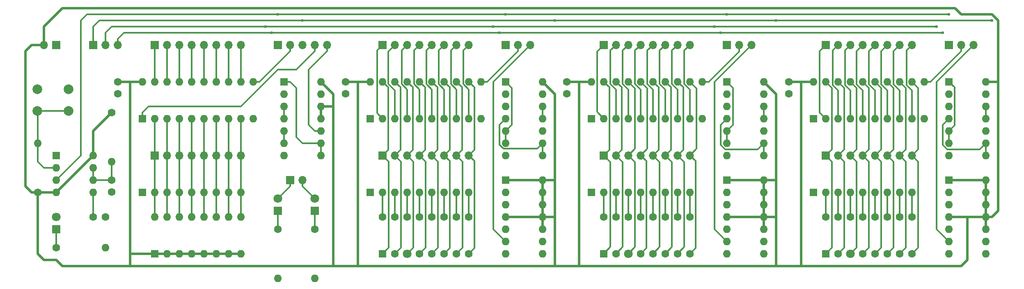
<source format=gbr>
%TF.GenerationSoftware,KiCad,Pcbnew,7.0.6*%
%TF.CreationDate,2023-07-08T12:11:32+08:00*%
%TF.ProjectId,DigitalProtoBoard,44696769-7461-46c5-9072-6f746f426f61,rev?*%
%TF.SameCoordinates,Original*%
%TF.FileFunction,Copper,L1,Top*%
%TF.FilePolarity,Positive*%
%FSLAX46Y46*%
G04 Gerber Fmt 4.6, Leading zero omitted, Abs format (unit mm)*
G04 Created by KiCad (PCBNEW 7.0.6) date 2023-07-08 12:11:32*
%MOMM*%
%LPD*%
G01*
G04 APERTURE LIST*
%TA.AperFunction,ComponentPad*%
%ADD10R,1.600000X1.600000*%
%TD*%
%TA.AperFunction,ComponentPad*%
%ADD11C,1.600000*%
%TD*%
%TA.AperFunction,ComponentPad*%
%ADD12C,1.800000*%
%TD*%
%TA.AperFunction,ComponentPad*%
%ADD13O,1.600000X1.600000*%
%TD*%
%TA.AperFunction,ComponentPad*%
%ADD14R,1.700000X1.700000*%
%TD*%
%TA.AperFunction,ComponentPad*%
%ADD15O,1.700000X1.700000*%
%TD*%
%TA.AperFunction,ComponentPad*%
%ADD16C,2.000000*%
%TD*%
%TA.AperFunction,ComponentPad*%
%ADD17R,1.800000X1.800000*%
%TD*%
%TA.AperFunction,ViaPad*%
%ADD18C,0.600000*%
%TD*%
%TA.AperFunction,Conductor*%
%ADD19C,0.300000*%
%TD*%
%TA.AperFunction,Conductor*%
%ADD20C,0.500000*%
%TD*%
G04 APERTURE END LIST*
D10*
%TO.P,BAR1,1,A*%
%TO.N,Net-(J9-Pin_1)*%
X129540000Y-124460000D03*
D11*
%TO.P,BAR1,2,A*%
%TO.N,Net-(J9-Pin_2)*%
X132080000Y-124460000D03*
D12*
%TO.P,BAR1,3,A*%
%TO.N,Net-(J9-Pin_3)*%
X134620000Y-124460000D03*
D11*
%TO.P,BAR1,4,A*%
%TO.N,Net-(J9-Pin_4)*%
X137160000Y-124460000D03*
%TO.P,BAR1,5,A*%
%TO.N,Net-(J9-Pin_5)*%
X139700000Y-124460000D03*
%TO.P,BAR1,6,A*%
%TO.N,Net-(J9-Pin_6)*%
X142240000Y-124460000D03*
%TO.P,BAR1,7,A*%
%TO.N,Net-(J9-Pin_7)*%
X144780000Y-124460000D03*
%TO.P,BAR1,8,A*%
%TO.N,Net-(J9-Pin_8)*%
X147320000Y-124460000D03*
%TO.P,BAR1,9,K*%
%TO.N,Net-(RN4-R8)*%
X147320000Y-116840000D03*
%TO.P,BAR1,10,K*%
%TO.N,Net-(RN4-R7)*%
X144780000Y-116840000D03*
%TO.P,BAR1,11,K*%
%TO.N,Net-(RN4-R6)*%
X142240000Y-116840000D03*
%TO.P,BAR1,12,K*%
%TO.N,Net-(RN4-R5)*%
X139700000Y-116840000D03*
%TO.P,BAR1,13,K*%
%TO.N,Net-(RN4-R4)*%
X137160000Y-116840000D03*
%TO.P,BAR1,14,K*%
%TO.N,Net-(RN4-R3)*%
X134620000Y-116840000D03*
%TO.P,BAR1,15,K*%
%TO.N,Net-(RN4-R2)*%
X132080000Y-116840000D03*
%TO.P,BAR1,16,K*%
%TO.N,Net-(RN4-R1)*%
X129540000Y-116840000D03*
%TD*%
%TO.P,R4,1*%
%TO.N,Net-(D2-K)*%
X107950000Y-119380000D03*
D13*
%TO.P,R4,2*%
%TO.N,GND*%
X107950000Y-129540000D03*
%TD*%
D14*
%TO.P,J8,1,Pin_1*%
%TO.N,/Pulse Generator/PULSE*%
X246380000Y-81280000D03*
D15*
%TO.P,J8,2,Pin_2*%
%TO.N,/Read Register Addr2/CP*%
X248920000Y-81280000D03*
%TO.P,J8,3,Pin_3*%
%TO.N,/Read Register Addr2/SYNC_CP*%
X251460000Y-81280000D03*
%TD*%
D10*
%TO.P,U4,1*%
%TO.N,Net-(U4-Pad1)*%
X200540000Y-88900000D03*
D13*
%TO.P,U4,2*%
%TO.N,CSB*%
X200540000Y-91440000D03*
%TO.P,U4,3*%
%TO.N,RW*%
X200540000Y-93980000D03*
%TO.P,U4,4*%
%TO.N,Net-(U4-Pad4)*%
X200540000Y-96520000D03*
%TO.P,U4,5*%
%TO.N,Net-(U4-Pad1)*%
X200540000Y-99060000D03*
%TO.P,U4,6*%
X200540000Y-101600000D03*
%TO.P,U4,7,GND*%
%TO.N,GND*%
X200540000Y-104140000D03*
%TO.P,U4,8*%
%TO.N,Net-(U4-Pad4)*%
X208160000Y-104140000D03*
%TO.P,U4,9*%
X208160000Y-101600000D03*
%TO.P,U4,10*%
%TO.N,Net-(U6A-D)*%
X208160000Y-99060000D03*
%TO.P,U4,11*%
%TO.N,CLK*%
X208160000Y-96520000D03*
%TO.P,U4,12*%
X208160000Y-93980000D03*
%TO.P,U4,13*%
%TO.N,Net-(U6A-C)*%
X208160000Y-91440000D03*
%TO.P,U4,14,VCC*%
%TO.N,+5V*%
X208160000Y-88900000D03*
%TD*%
D14*
%TO.P,J11,1,Pin_1*%
%TO.N,Net-(J11-Pin_1)*%
X220980000Y-104140000D03*
D15*
%TO.P,J11,2,Pin_2*%
%TO.N,Net-(J11-Pin_2)*%
X223520000Y-104140000D03*
%TO.P,J11,3,Pin_3*%
%TO.N,Net-(J11-Pin_3)*%
X226060000Y-104140000D03*
%TO.P,J11,4,Pin_4*%
%TO.N,Net-(J11-Pin_4)*%
X228600000Y-104140000D03*
%TO.P,J11,5,Pin_5*%
%TO.N,Net-(J11-Pin_5)*%
X231140000Y-104140000D03*
%TO.P,J11,6,Pin_6*%
%TO.N,Net-(J11-Pin_6)*%
X233680000Y-104140000D03*
%TO.P,J11,7,Pin_7*%
%TO.N,Net-(J11-Pin_7)*%
X236220000Y-104140000D03*
%TO.P,J11,8,Pin_8*%
%TO.N,Net-(J11-Pin_8)*%
X238760000Y-104140000D03*
%TD*%
D14*
%TO.P,J15,1,Pin_1*%
%TO.N,Net-(D2-A)*%
X110490000Y-109220000D03*
D15*
%TO.P,J15,2,Pin_2*%
%TO.N,Net-(D3-A)*%
X113030000Y-109220000D03*
%TD*%
D14*
%TO.P,J5,1,Pin_1*%
%TO.N,/Pulse Generator/PULSE*%
X200540000Y-81280000D03*
D15*
%TO.P,J5,2,Pin_2*%
%TO.N,/Read Register Addr1/CP*%
X203080000Y-81280000D03*
%TO.P,J5,3,Pin_3*%
%TO.N,/Read Register Addr1/SYNC_CP*%
X205620000Y-81280000D03*
%TD*%
D10*
%TO.P,RN1,1,common*%
%TO.N,GND*%
X80010000Y-111760000D03*
D13*
%TO.P,RN1,2,R1*%
%TO.N,Net-(J12-Pin_1)*%
X82550000Y-111760000D03*
%TO.P,RN1,3,R2*%
%TO.N,Net-(J12-Pin_2)*%
X85090000Y-111760000D03*
%TO.P,RN1,4,R3*%
%TO.N,Net-(J12-Pin_3)*%
X87630000Y-111760000D03*
%TO.P,RN1,5,R4*%
%TO.N,Net-(J12-Pin_4)*%
X90170000Y-111760000D03*
%TO.P,RN1,6,R5*%
%TO.N,Net-(J12-Pin_5)*%
X92710000Y-111760000D03*
%TO.P,RN1,7,R6*%
%TO.N,Net-(J12-Pin_6)*%
X95250000Y-111760000D03*
%TO.P,RN1,8,R7*%
%TO.N,Net-(J12-Pin_7)*%
X97790000Y-111760000D03*
%TO.P,RN1,9,R8*%
%TO.N,Net-(J12-Pin_8)*%
X100330000Y-111760000D03*
%TD*%
D10*
%TO.P,RN4,1,common*%
%TO.N,GND*%
X127000000Y-111760000D03*
D13*
%TO.P,RN4,2,R1*%
%TO.N,Net-(RN4-R1)*%
X129540000Y-111760000D03*
%TO.P,RN4,3,R2*%
%TO.N,Net-(RN4-R2)*%
X132080000Y-111760000D03*
%TO.P,RN4,4,R3*%
%TO.N,Net-(RN4-R3)*%
X134620000Y-111760000D03*
%TO.P,RN4,5,R4*%
%TO.N,Net-(RN4-R4)*%
X137160000Y-111760000D03*
%TO.P,RN4,6,R5*%
%TO.N,Net-(RN4-R5)*%
X139700000Y-111760000D03*
%TO.P,RN4,7,R6*%
%TO.N,Net-(RN4-R6)*%
X142240000Y-111760000D03*
%TO.P,RN4,8,R7*%
%TO.N,Net-(RN4-R7)*%
X144780000Y-111760000D03*
%TO.P,RN4,9,R8*%
%TO.N,Net-(RN4-R8)*%
X147320000Y-111760000D03*
%TD*%
D10*
%TO.P,BAR2,1,A*%
%TO.N,Net-(J7-Pin_1)*%
X175140000Y-124460000D03*
D11*
%TO.P,BAR2,2,A*%
%TO.N,Net-(J7-Pin_2)*%
X177680000Y-124460000D03*
D12*
%TO.P,BAR2,3,A*%
%TO.N,Net-(J7-Pin_3)*%
X180220000Y-124460000D03*
D11*
%TO.P,BAR2,4,A*%
%TO.N,Net-(J7-Pin_4)*%
X182760000Y-124460000D03*
%TO.P,BAR2,5,A*%
%TO.N,Net-(J7-Pin_5)*%
X185300000Y-124460000D03*
%TO.P,BAR2,6,A*%
%TO.N,Net-(J7-Pin_6)*%
X187840000Y-124460000D03*
%TO.P,BAR2,7,A*%
%TO.N,Net-(J7-Pin_7)*%
X190380000Y-124460000D03*
%TO.P,BAR2,8,A*%
%TO.N,Net-(J7-Pin_8)*%
X192920000Y-124460000D03*
%TO.P,BAR2,9,K*%
%TO.N,Net-(RN2-R8)*%
X192920000Y-116840000D03*
%TO.P,BAR2,10,K*%
%TO.N,Net-(RN2-R7)*%
X190380000Y-116840000D03*
%TO.P,BAR2,11,K*%
%TO.N,Net-(RN2-R6)*%
X187840000Y-116840000D03*
%TO.P,BAR2,12,K*%
%TO.N,Net-(RN2-R5)*%
X185300000Y-116840000D03*
%TO.P,BAR2,13,K*%
%TO.N,Net-(RN2-R4)*%
X182760000Y-116840000D03*
%TO.P,BAR2,14,K*%
%TO.N,Net-(RN2-R3)*%
X180220000Y-116840000D03*
%TO.P,BAR2,15,K*%
%TO.N,Net-(RN2-R2)*%
X177680000Y-116840000D03*
%TO.P,BAR2,16,K*%
%TO.N,Net-(RN2-R1)*%
X175140000Y-116840000D03*
%TD*%
D10*
%TO.P,RN3,1,common*%
%TO.N,GND*%
X218440000Y-111760000D03*
D13*
%TO.P,RN3,2,R1*%
%TO.N,Net-(RN3-R1)*%
X220980000Y-111760000D03*
%TO.P,RN3,3,R2*%
%TO.N,Net-(RN3-R2)*%
X223520000Y-111760000D03*
%TO.P,RN3,4,R3*%
%TO.N,Net-(RN3-R3)*%
X226060000Y-111760000D03*
%TO.P,RN3,5,R4*%
%TO.N,Net-(RN3-R4)*%
X228600000Y-111760000D03*
%TO.P,RN3,6,R5*%
%TO.N,Net-(RN3-R5)*%
X231140000Y-111760000D03*
%TO.P,RN3,7,R6*%
%TO.N,Net-(RN3-R6)*%
X233680000Y-111760000D03*
%TO.P,RN3,8,R7*%
%TO.N,Net-(RN3-R7)*%
X236220000Y-111760000D03*
%TO.P,RN3,9,R8*%
%TO.N,Net-(RN3-R8)*%
X238760000Y-111760000D03*
%TD*%
D11*
%TO.P,C3,1*%
%TO.N,+5V*%
X74930000Y-88900000D03*
%TO.P,C3,2*%
%TO.N,GND*%
X74930000Y-91400000D03*
%TD*%
D14*
%TO.P,J14,1,Pin_1*%
%TO.N,CLK*%
X69850000Y-81280000D03*
D15*
%TO.P,J14,2,Pin_2*%
%TO.N,RW*%
X72390000Y-81280000D03*
%TO.P,J14,3,Pin_3*%
%TO.N,CSB*%
X74930000Y-81280000D03*
%TD*%
D16*
%TO.P,SW2,1,1*%
%TO.N,GND*%
X58270000Y-90460000D03*
X64770000Y-90460000D03*
%TO.P,SW2,2,2*%
%TO.N,Net-(U1-TR)*%
X58270000Y-94960000D03*
X64770000Y-94960000D03*
%TD*%
D10*
%TO.P,U14,1,OE*%
%TO.N,GND*%
X218440000Y-96520000D03*
D13*
%TO.P,U14,2,D0*%
%TO.N,Net-(J10-Pin_1)*%
X220980000Y-96520000D03*
%TO.P,U14,3,D1*%
%TO.N,Net-(J10-Pin_2)*%
X223520000Y-96520000D03*
%TO.P,U14,4,D2*%
%TO.N,Net-(J10-Pin_3)*%
X226060000Y-96520000D03*
%TO.P,U14,5,D3*%
%TO.N,Net-(J10-Pin_4)*%
X228600000Y-96520000D03*
%TO.P,U14,6,D4*%
%TO.N,Net-(J10-Pin_5)*%
X231140000Y-96520000D03*
%TO.P,U14,7,D5*%
%TO.N,Net-(J10-Pin_6)*%
X233680000Y-96520000D03*
%TO.P,U14,8,D6*%
%TO.N,Net-(J10-Pin_7)*%
X236220000Y-96520000D03*
%TO.P,U14,9,D7*%
%TO.N,Net-(J10-Pin_8)*%
X238760000Y-96520000D03*
%TO.P,U14,10,GND*%
%TO.N,GND*%
X241300000Y-96520000D03*
%TO.P,U14,11,Cp*%
%TO.N,/Read Register Addr2/CP*%
X241300000Y-88900000D03*
%TO.P,U14,12,Q7*%
%TO.N,Net-(J11-Pin_8)*%
X238760000Y-88900000D03*
%TO.P,U14,13,Q6*%
%TO.N,Net-(J11-Pin_7)*%
X236220000Y-88900000D03*
%TO.P,U14,14,Q5*%
%TO.N,Net-(J11-Pin_6)*%
X233680000Y-88900000D03*
%TO.P,U14,15,Q4*%
%TO.N,Net-(J11-Pin_5)*%
X231140000Y-88900000D03*
%TO.P,U14,16,Q3*%
%TO.N,Net-(J11-Pin_4)*%
X228600000Y-88900000D03*
%TO.P,U14,17,Q2*%
%TO.N,Net-(J11-Pin_3)*%
X226060000Y-88900000D03*
%TO.P,U14,18,Q1*%
%TO.N,Net-(J11-Pin_2)*%
X223520000Y-88900000D03*
%TO.P,U14,19,Q0*%
%TO.N,Net-(J11-Pin_1)*%
X220980000Y-88900000D03*
%TO.P,U14,20,VCC*%
%TO.N,+5V*%
X218440000Y-88900000D03*
%TD*%
D14*
%TO.P,J13,1,Pin_1*%
%TO.N,Net-(J13-Pin_1)*%
X82550000Y-81280000D03*
D15*
%TO.P,J13,2,Pin_2*%
%TO.N,Net-(J13-Pin_2)*%
X85090000Y-81280000D03*
%TO.P,J13,3,Pin_3*%
%TO.N,Net-(J13-Pin_3)*%
X87630000Y-81280000D03*
%TO.P,J13,4,Pin_4*%
%TO.N,Net-(J13-Pin_4)*%
X90170000Y-81280000D03*
%TO.P,J13,5,Pin_5*%
%TO.N,Net-(J13-Pin_5)*%
X92710000Y-81280000D03*
%TO.P,J13,6,Pin_6*%
%TO.N,Net-(J13-Pin_6)*%
X95250000Y-81280000D03*
%TO.P,J13,7,Pin_7*%
%TO.N,Net-(J13-Pin_7)*%
X97790000Y-81280000D03*
%TO.P,J13,8,Pin_8*%
%TO.N,Net-(J13-Pin_8)*%
X100330000Y-81280000D03*
%TD*%
D10*
%TO.P,U12,1*%
%TO.N,Net-(U12-Pad1)*%
X246380000Y-88900000D03*
D13*
%TO.P,U12,2*%
%TO.N,CSB*%
X246380000Y-91440000D03*
%TO.P,U12,3*%
%TO.N,RW*%
X246380000Y-93980000D03*
%TO.P,U12,4*%
%TO.N,Net-(U12-Pad4)*%
X246380000Y-96520000D03*
%TO.P,U12,5*%
%TO.N,Net-(U12-Pad1)*%
X246380000Y-99060000D03*
%TO.P,U12,6*%
X246380000Y-101600000D03*
%TO.P,U12,7,GND*%
%TO.N,GND*%
X246380000Y-104140000D03*
%TO.P,U12,8*%
%TO.N,Net-(U12-Pad4)*%
X254000000Y-104140000D03*
%TO.P,U12,9*%
X254000000Y-101600000D03*
%TO.P,U12,10*%
%TO.N,Net-(U13A-D)*%
X254000000Y-99060000D03*
%TO.P,U12,11*%
%TO.N,CLK*%
X254000000Y-96520000D03*
%TO.P,U12,12*%
X254000000Y-93980000D03*
%TO.P,U12,13*%
%TO.N,Net-(U13A-C)*%
X254000000Y-91440000D03*
%TO.P,U12,14,VCC*%
%TO.N,+5V*%
X254000000Y-88900000D03*
%TD*%
D11*
%TO.P,R1,1*%
%TO.N,+5V*%
X58420000Y-111760000D03*
D13*
%TO.P,R1,2*%
%TO.N,Net-(U1-TR)*%
X58420000Y-101600000D03*
%TD*%
D17*
%TO.P,D2,1,K*%
%TO.N,Net-(D2-K)*%
X107950000Y-115570000D03*
D12*
%TO.P,D2,2,A*%
%TO.N,Net-(D2-A)*%
X107950000Y-113030000D03*
%TD*%
D10*
%TO.P,U10,1*%
%TO.N,Net-(U10-Pad1)*%
X154940000Y-88900000D03*
D13*
%TO.P,U10,2*%
%TO.N,CSB*%
X154940000Y-91440000D03*
%TO.P,U10,3*%
%TO.N,RW*%
X154940000Y-93980000D03*
%TO.P,U10,4*%
%TO.N,Net-(U10-Pad4)*%
X154940000Y-96520000D03*
%TO.P,U10,5*%
%TO.N,Net-(U10-Pad1)*%
X154940000Y-99060000D03*
%TO.P,U10,6*%
X154940000Y-101600000D03*
%TO.P,U10,7,GND*%
%TO.N,GND*%
X154940000Y-104140000D03*
%TO.P,U10,8*%
%TO.N,Net-(U10-Pad4)*%
X162560000Y-104140000D03*
%TO.P,U10,9*%
X162560000Y-101600000D03*
%TO.P,U10,10*%
%TO.N,Net-(U8A-D)*%
X162560000Y-99060000D03*
%TO.P,U10,11*%
%TO.N,CLK*%
X162560000Y-96520000D03*
%TO.P,U10,12*%
X162560000Y-93980000D03*
%TO.P,U10,13*%
%TO.N,Net-(U8A-C)*%
X162560000Y-91440000D03*
%TO.P,U10,14,VCC*%
%TO.N,+5V*%
X162560000Y-88900000D03*
%TD*%
D14*
%TO.P,J7,1,Pin_1*%
%TO.N,Net-(J7-Pin_1)*%
X175140000Y-104140000D03*
D15*
%TO.P,J7,2,Pin_2*%
%TO.N,Net-(J7-Pin_2)*%
X177680000Y-104140000D03*
%TO.P,J7,3,Pin_3*%
%TO.N,Net-(J7-Pin_3)*%
X180220000Y-104140000D03*
%TO.P,J7,4,Pin_4*%
%TO.N,Net-(J7-Pin_4)*%
X182760000Y-104140000D03*
%TO.P,J7,5,Pin_5*%
%TO.N,Net-(J7-Pin_5)*%
X185300000Y-104140000D03*
%TO.P,J7,6,Pin_6*%
%TO.N,Net-(J7-Pin_6)*%
X187840000Y-104140000D03*
%TO.P,J7,7,Pin_7*%
%TO.N,Net-(J7-Pin_7)*%
X190380000Y-104140000D03*
%TO.P,J7,8,Pin_8*%
%TO.N,Net-(J7-Pin_8)*%
X192920000Y-104140000D03*
%TD*%
D10*
%TO.P,U6,1,~{R}*%
%TO.N,+5V*%
X200540000Y-109220000D03*
D13*
%TO.P,U6,2,D*%
%TO.N,Net-(U6A-D)*%
X200540000Y-111760000D03*
%TO.P,U6,3,C*%
%TO.N,Net-(U6A-C)*%
X200540000Y-114300000D03*
%TO.P,U6,4,~{S}*%
%TO.N,+5V*%
X200540000Y-116840000D03*
%TO.P,U6,5,Q*%
%TO.N,unconnected-(U6A-Q-Pad5)*%
X200540000Y-119380000D03*
%TO.P,U6,6,~{Q}*%
%TO.N,/Read Register Addr1/SYNC_CP*%
X200540000Y-121920000D03*
%TO.P,U6,7,GND*%
%TO.N,GND*%
X200540000Y-124460000D03*
%TO.P,U6,8,~{Q}*%
%TO.N,unconnected-(U6B-~{Q}-Pad8)*%
X208160000Y-124460000D03*
%TO.P,U6,9,Q*%
%TO.N,unconnected-(U6B-Q-Pad9)*%
X208160000Y-121920000D03*
%TO.P,U6,10,~{S}*%
%TO.N,+5V*%
X208160000Y-119380000D03*
%TO.P,U6,11,C*%
X208160000Y-116840000D03*
%TO.P,U6,12,D*%
X208160000Y-114300000D03*
%TO.P,U6,13,~{R}*%
X208160000Y-111760000D03*
%TO.P,U6,14,VCC*%
X208160000Y-109220000D03*
%TD*%
D14*
%TO.P,J12,1,Pin_1*%
%TO.N,Net-(J12-Pin_1)*%
X82550000Y-104140000D03*
D15*
%TO.P,J12,2,Pin_2*%
%TO.N,Net-(J12-Pin_2)*%
X85090000Y-104140000D03*
%TO.P,J12,3,Pin_3*%
%TO.N,Net-(J12-Pin_3)*%
X87630000Y-104140000D03*
%TO.P,J12,4,Pin_4*%
%TO.N,Net-(J12-Pin_4)*%
X90170000Y-104140000D03*
%TO.P,J12,5,Pin_5*%
%TO.N,Net-(J12-Pin_5)*%
X92710000Y-104140000D03*
%TO.P,J12,6,Pin_6*%
%TO.N,Net-(J12-Pin_6)*%
X95250000Y-104140000D03*
%TO.P,J12,7,Pin_7*%
%TO.N,Net-(J12-Pin_7)*%
X97790000Y-104140000D03*
%TO.P,J12,8,Pin_8*%
%TO.N,Net-(J12-Pin_8)*%
X100330000Y-104140000D03*
%TD*%
D10*
%TO.P,U1,1,GND*%
%TO.N,GND*%
X62230000Y-104140000D03*
D13*
%TO.P,U1,2,TR*%
%TO.N,Net-(U1-TR)*%
X62230000Y-106680000D03*
%TO.P,U1,3,Q*%
%TO.N,/Pulse Generator/PULSE*%
X62230000Y-109220000D03*
%TO.P,U1,4,R*%
%TO.N,+5V*%
X62230000Y-111760000D03*
%TO.P,U1,5,CV*%
%TO.N,Net-(U1-CV)*%
X69850000Y-111760000D03*
%TO.P,U1,6,THR*%
%TO.N,Net-(U1-DIS)*%
X69850000Y-109220000D03*
%TO.P,U1,7,DIS*%
X69850000Y-106680000D03*
%TO.P,U1,8,VCC*%
%TO.N,+5V*%
X69850000Y-104140000D03*
%TD*%
D14*
%TO.P,J2,1,Pin_1*%
%TO.N,GND*%
X62230000Y-81280000D03*
D15*
%TO.P,J2,2,Pin_2*%
%TO.N,+5V*%
X59690000Y-81280000D03*
%TD*%
D10*
%TO.P,U13,1,~{R}*%
%TO.N,+5V*%
X246380000Y-109220000D03*
D13*
%TO.P,U13,2,D*%
%TO.N,Net-(U13A-D)*%
X246380000Y-111760000D03*
%TO.P,U13,3,C*%
%TO.N,Net-(U13A-C)*%
X246380000Y-114300000D03*
%TO.P,U13,4,~{S}*%
%TO.N,+5V*%
X246380000Y-116840000D03*
%TO.P,U13,5,Q*%
%TO.N,unconnected-(U13A-Q-Pad5)*%
X246380000Y-119380000D03*
%TO.P,U13,6,~{Q}*%
%TO.N,/Read Register Addr2/SYNC_CP*%
X246380000Y-121920000D03*
%TO.P,U13,7,GND*%
%TO.N,GND*%
X246380000Y-124460000D03*
%TO.P,U13,8,~{Q}*%
%TO.N,unconnected-(U13B-~{Q}-Pad8)*%
X254000000Y-124460000D03*
%TO.P,U13,9,Q*%
%TO.N,unconnected-(U13B-Q-Pad9)*%
X254000000Y-121920000D03*
%TO.P,U13,10,~{S}*%
%TO.N,+5V*%
X254000000Y-119380000D03*
%TO.P,U13,11,C*%
X254000000Y-116840000D03*
%TO.P,U13,12,D*%
X254000000Y-114300000D03*
%TO.P,U13,13,~{R}*%
X254000000Y-111760000D03*
%TO.P,U13,14,VCC*%
X254000000Y-109220000D03*
%TD*%
D10*
%TO.P,U2,1,OE*%
%TO.N,GND*%
X127000000Y-96520000D03*
D13*
%TO.P,U2,2,D0*%
%TO.N,Net-(J4-Pin_1)*%
X129540000Y-96520000D03*
%TO.P,U2,3,D1*%
%TO.N,Net-(J4-Pin_2)*%
X132080000Y-96520000D03*
%TO.P,U2,4,D2*%
%TO.N,Net-(J4-Pin_3)*%
X134620000Y-96520000D03*
%TO.P,U2,5,D3*%
%TO.N,Net-(J4-Pin_4)*%
X137160000Y-96520000D03*
%TO.P,U2,6,D4*%
%TO.N,Net-(J4-Pin_5)*%
X139700000Y-96520000D03*
%TO.P,U2,7,D5*%
%TO.N,Net-(J4-Pin_6)*%
X142240000Y-96520000D03*
%TO.P,U2,8,D6*%
%TO.N,Net-(J4-Pin_7)*%
X144780000Y-96520000D03*
%TO.P,U2,9,D7*%
%TO.N,Net-(J4-Pin_8)*%
X147320000Y-96520000D03*
%TO.P,U2,10,GND*%
%TO.N,GND*%
X149860000Y-96520000D03*
%TO.P,U2,11,Cp*%
%TO.N,/Read Register Data/CP*%
X149860000Y-88900000D03*
%TO.P,U2,12,Q7*%
%TO.N,Net-(J9-Pin_8)*%
X147320000Y-88900000D03*
%TO.P,U2,13,Q6*%
%TO.N,Net-(J9-Pin_7)*%
X144780000Y-88900000D03*
%TO.P,U2,14,Q5*%
%TO.N,Net-(J9-Pin_6)*%
X142240000Y-88900000D03*
%TO.P,U2,15,Q4*%
%TO.N,Net-(J9-Pin_5)*%
X139700000Y-88900000D03*
%TO.P,U2,16,Q3*%
%TO.N,Net-(J9-Pin_4)*%
X137160000Y-88900000D03*
%TO.P,U2,17,Q2*%
%TO.N,Net-(J9-Pin_3)*%
X134620000Y-88900000D03*
%TO.P,U2,18,Q1*%
%TO.N,Net-(J9-Pin_2)*%
X132080000Y-88900000D03*
%TO.P,U2,19,Q0*%
%TO.N,Net-(J9-Pin_1)*%
X129540000Y-88900000D03*
%TO.P,U2,20,VCC*%
%TO.N,+5V*%
X127000000Y-88900000D03*
%TD*%
D10*
%TO.P,RN2,1,common*%
%TO.N,GND*%
X172600000Y-111760000D03*
D13*
%TO.P,RN2,2,R1*%
%TO.N,Net-(RN2-R1)*%
X175140000Y-111760000D03*
%TO.P,RN2,3,R2*%
%TO.N,Net-(RN2-R2)*%
X177680000Y-111760000D03*
%TO.P,RN2,4,R3*%
%TO.N,Net-(RN2-R3)*%
X180220000Y-111760000D03*
%TO.P,RN2,5,R4*%
%TO.N,Net-(RN2-R4)*%
X182760000Y-111760000D03*
%TO.P,RN2,6,R5*%
%TO.N,Net-(RN2-R5)*%
X185300000Y-111760000D03*
%TO.P,RN2,7,R6*%
%TO.N,Net-(RN2-R6)*%
X187840000Y-111760000D03*
%TO.P,RN2,8,R7*%
%TO.N,Net-(RN2-R7)*%
X190380000Y-111760000D03*
%TO.P,RN2,9,R8*%
%TO.N,Net-(RN2-R8)*%
X192920000Y-111760000D03*
%TD*%
D11*
%TO.P,R5,1*%
%TO.N,Net-(D3-K)*%
X115570000Y-119380000D03*
D13*
%TO.P,R5,2*%
%TO.N,GND*%
X115570000Y-129540000D03*
%TD*%
D10*
%TO.P,U8,1,~{R}*%
%TO.N,+5V*%
X154940000Y-109220000D03*
D13*
%TO.P,U8,2,D*%
%TO.N,Net-(U8A-D)*%
X154940000Y-111760000D03*
%TO.P,U8,3,C*%
%TO.N,Net-(U8A-C)*%
X154940000Y-114300000D03*
%TO.P,U8,4,~{S}*%
%TO.N,+5V*%
X154940000Y-116840000D03*
%TO.P,U8,5,Q*%
%TO.N,unconnected-(U8A-Q-Pad5)*%
X154940000Y-119380000D03*
%TO.P,U8,6,~{Q}*%
%TO.N,/Read Register Data/SYNC_CP*%
X154940000Y-121920000D03*
%TO.P,U8,7,GND*%
%TO.N,GND*%
X154940000Y-124460000D03*
%TO.P,U8,8,~{Q}*%
%TO.N,unconnected-(U8B-~{Q}-Pad8)*%
X162560000Y-124460000D03*
%TO.P,U8,9,Q*%
%TO.N,unconnected-(U8B-Q-Pad9)*%
X162560000Y-121920000D03*
%TO.P,U8,10,~{S}*%
%TO.N,+5V*%
X162560000Y-119380000D03*
%TO.P,U8,11,C*%
X162560000Y-116840000D03*
%TO.P,U8,12,D*%
X162560000Y-114300000D03*
%TO.P,U8,13,~{R}*%
X162560000Y-111760000D03*
%TO.P,U8,14,VCC*%
X162560000Y-109220000D03*
%TD*%
D10*
%TO.P,U19,1*%
%TO.N,Net-(U19-Pad1)*%
X109220000Y-88900000D03*
D13*
%TO.P,U19,2*%
%TO.N,CSB*%
X109220000Y-91440000D03*
%TO.P,U19,3*%
%TO.N,Net-(U19-Pad3)*%
X109220000Y-93980000D03*
%TO.P,U19,4*%
X109220000Y-96520000D03*
%TO.P,U19,5*%
%TO.N,RW*%
X109220000Y-99060000D03*
%TO.P,U19,6*%
X109220000Y-101600000D03*
%TO.P,U19,7,GND*%
%TO.N,GND*%
X109220000Y-104140000D03*
%TO.P,U19,8*%
%TO.N,Net-(U19-Pad1)*%
X116840000Y-104140000D03*
%TO.P,U19,9*%
X116840000Y-101600000D03*
%TO.P,U19,10*%
%TO.N,/Write Register Data/SYNC_OE*%
X116840000Y-99060000D03*
%TO.P,U19,11*%
%TO.N,+5V*%
X116840000Y-96520000D03*
%TO.P,U19,12*%
X116840000Y-93980000D03*
%TO.P,U19,13*%
%TO.N,unconnected-(U19-Pad13)*%
X116840000Y-91440000D03*
%TO.P,U19,14,VCC*%
%TO.N,+5V*%
X116840000Y-88900000D03*
%TD*%
D11*
%TO.P,C2,1*%
%TO.N,Net-(U1-DIS)*%
X73660000Y-109220000D03*
%TO.P,C2,2*%
%TO.N,GND*%
X73660000Y-111720000D03*
%TD*%
%TO.P,C5,1*%
%TO.N,+5V*%
X167520000Y-88900000D03*
%TO.P,C5,2*%
%TO.N,GND*%
X167520000Y-91400000D03*
%TD*%
D17*
%TO.P,D3,1,K*%
%TO.N,Net-(D3-K)*%
X115570000Y-115570000D03*
D12*
%TO.P,D3,2,A*%
%TO.N,Net-(D3-A)*%
X115570000Y-113030000D03*
%TD*%
D11*
%TO.P,C4,1*%
%TO.N,+5V*%
X121920000Y-88900000D03*
%TO.P,C4,2*%
%TO.N,GND*%
X121920000Y-91400000D03*
%TD*%
D10*
%TO.P,SW1,1*%
%TO.N,+5V*%
X82550000Y-124460000D03*
D13*
%TO.P,SW1,2*%
X85090000Y-124460000D03*
%TO.P,SW1,3*%
X87630000Y-124460000D03*
%TO.P,SW1,4*%
X90170000Y-124460000D03*
%TO.P,SW1,5*%
X92710000Y-124460000D03*
%TO.P,SW1,6*%
X95250000Y-124460000D03*
%TO.P,SW1,7*%
X97790000Y-124460000D03*
%TO.P,SW1,8*%
X100330000Y-124460000D03*
%TO.P,SW1,9*%
%TO.N,Net-(J12-Pin_8)*%
X100330000Y-116840000D03*
%TO.P,SW1,10*%
%TO.N,Net-(J12-Pin_7)*%
X97790000Y-116840000D03*
%TO.P,SW1,11*%
%TO.N,Net-(J12-Pin_6)*%
X95250000Y-116840000D03*
%TO.P,SW1,12*%
%TO.N,Net-(J12-Pin_5)*%
X92710000Y-116840000D03*
%TO.P,SW1,13*%
%TO.N,Net-(J12-Pin_4)*%
X90170000Y-116840000D03*
%TO.P,SW1,14*%
%TO.N,Net-(J12-Pin_3)*%
X87630000Y-116840000D03*
%TO.P,SW1,15*%
%TO.N,Net-(J12-Pin_2)*%
X85090000Y-116840000D03*
%TO.P,SW1,16*%
%TO.N,Net-(J12-Pin_1)*%
X82550000Y-116840000D03*
%TD*%
D11*
%TO.P,R3,1*%
%TO.N,Net-(D1-K)*%
X62230000Y-123190000D03*
D13*
%TO.P,R3,2*%
%TO.N,GND*%
X72390000Y-123190000D03*
%TD*%
D10*
%TO.P,U7,1,OE*%
%TO.N,GND*%
X172600000Y-96520000D03*
D13*
%TO.P,U7,2,D0*%
%TO.N,Net-(J6-Pin_1)*%
X175140000Y-96520000D03*
%TO.P,U7,3,D1*%
%TO.N,Net-(J6-Pin_2)*%
X177680000Y-96520000D03*
%TO.P,U7,4,D2*%
%TO.N,Net-(J6-Pin_3)*%
X180220000Y-96520000D03*
%TO.P,U7,5,D3*%
%TO.N,Net-(J6-Pin_4)*%
X182760000Y-96520000D03*
%TO.P,U7,6,D4*%
%TO.N,Net-(J6-Pin_5)*%
X185300000Y-96520000D03*
%TO.P,U7,7,D5*%
%TO.N,Net-(J6-Pin_6)*%
X187840000Y-96520000D03*
%TO.P,U7,8,D6*%
%TO.N,Net-(J6-Pin_7)*%
X190380000Y-96520000D03*
%TO.P,U7,9,D7*%
%TO.N,Net-(J6-Pin_8)*%
X192920000Y-96520000D03*
%TO.P,U7,10,GND*%
%TO.N,GND*%
X195460000Y-96520000D03*
%TO.P,U7,11,Cp*%
%TO.N,/Read Register Addr1/CP*%
X195460000Y-88900000D03*
%TO.P,U7,12,Q7*%
%TO.N,Net-(J7-Pin_8)*%
X192920000Y-88900000D03*
%TO.P,U7,13,Q6*%
%TO.N,Net-(J7-Pin_7)*%
X190380000Y-88900000D03*
%TO.P,U7,14,Q5*%
%TO.N,Net-(J7-Pin_6)*%
X187840000Y-88900000D03*
%TO.P,U7,15,Q4*%
%TO.N,Net-(J7-Pin_5)*%
X185300000Y-88900000D03*
%TO.P,U7,16,Q3*%
%TO.N,Net-(J7-Pin_4)*%
X182760000Y-88900000D03*
%TO.P,U7,17,Q2*%
%TO.N,Net-(J7-Pin_3)*%
X180220000Y-88900000D03*
%TO.P,U7,18,Q1*%
%TO.N,Net-(J7-Pin_2)*%
X177680000Y-88900000D03*
%TO.P,U7,19,Q0*%
%TO.N,Net-(J7-Pin_1)*%
X175140000Y-88900000D03*
%TO.P,U7,20,VCC*%
%TO.N,+5V*%
X172600000Y-88900000D03*
%TD*%
D10*
%TO.P,BAR3,1,A*%
%TO.N,Net-(J11-Pin_1)*%
X220980000Y-124460000D03*
D11*
%TO.P,BAR3,2,A*%
%TO.N,Net-(J11-Pin_2)*%
X223520000Y-124460000D03*
D12*
%TO.P,BAR3,3,A*%
%TO.N,Net-(J11-Pin_3)*%
X226060000Y-124460000D03*
D11*
%TO.P,BAR3,4,A*%
%TO.N,Net-(J11-Pin_4)*%
X228600000Y-124460000D03*
%TO.P,BAR3,5,A*%
%TO.N,Net-(J11-Pin_5)*%
X231140000Y-124460000D03*
%TO.P,BAR3,6,A*%
%TO.N,Net-(J11-Pin_6)*%
X233680000Y-124460000D03*
%TO.P,BAR3,7,A*%
%TO.N,Net-(J11-Pin_7)*%
X236220000Y-124460000D03*
%TO.P,BAR3,8,A*%
%TO.N,Net-(J11-Pin_8)*%
X238760000Y-124460000D03*
%TO.P,BAR3,9,K*%
%TO.N,Net-(RN3-R8)*%
X238760000Y-116840000D03*
%TO.P,BAR3,10,K*%
%TO.N,Net-(RN3-R7)*%
X236220000Y-116840000D03*
%TO.P,BAR3,11,K*%
%TO.N,Net-(RN3-R6)*%
X233680000Y-116840000D03*
%TO.P,BAR3,12,K*%
%TO.N,Net-(RN3-R5)*%
X231140000Y-116840000D03*
%TO.P,BAR3,13,K*%
%TO.N,Net-(RN3-R4)*%
X228600000Y-116840000D03*
%TO.P,BAR3,14,K*%
%TO.N,Net-(RN3-R3)*%
X226060000Y-116840000D03*
%TO.P,BAR3,15,K*%
%TO.N,Net-(RN3-R2)*%
X223520000Y-116840000D03*
%TO.P,BAR3,16,K*%
%TO.N,Net-(RN3-R1)*%
X220980000Y-116840000D03*
%TD*%
D14*
%TO.P,J9,1,Pin_1*%
%TO.N,Net-(J9-Pin_1)*%
X129540000Y-104140000D03*
D15*
%TO.P,J9,2,Pin_2*%
%TO.N,Net-(J9-Pin_2)*%
X132080000Y-104140000D03*
%TO.P,J9,3,Pin_3*%
%TO.N,Net-(J9-Pin_3)*%
X134620000Y-104140000D03*
%TO.P,J9,4,Pin_4*%
%TO.N,Net-(J9-Pin_4)*%
X137160000Y-104140000D03*
%TO.P,J9,5,Pin_5*%
%TO.N,Net-(J9-Pin_5)*%
X139700000Y-104140000D03*
%TO.P,J9,6,Pin_6*%
%TO.N,Net-(J9-Pin_6)*%
X142240000Y-104140000D03*
%TO.P,J9,7,Pin_7*%
%TO.N,Net-(J9-Pin_7)*%
X144780000Y-104140000D03*
%TO.P,J9,8,Pin_8*%
%TO.N,Net-(J9-Pin_8)*%
X147320000Y-104140000D03*
%TD*%
D14*
%TO.P,J1,1,Pin_1*%
%TO.N,/Pulse Generator/PULSE*%
X154940000Y-81280000D03*
D15*
%TO.P,J1,2,Pin_2*%
%TO.N,/Read Register Data/CP*%
X157480000Y-81280000D03*
%TO.P,J1,3,Pin_3*%
%TO.N,/Read Register Data/SYNC_CP*%
X160020000Y-81280000D03*
%TD*%
D14*
%TO.P,J4,1,Pin_1*%
%TO.N,Net-(J4-Pin_1)*%
X129540000Y-81280000D03*
D15*
%TO.P,J4,2,Pin_2*%
%TO.N,Net-(J4-Pin_2)*%
X132080000Y-81280000D03*
%TO.P,J4,3,Pin_3*%
%TO.N,Net-(J4-Pin_3)*%
X134620000Y-81280000D03*
%TO.P,J4,4,Pin_4*%
%TO.N,Net-(J4-Pin_4)*%
X137160000Y-81280000D03*
%TO.P,J4,5,Pin_5*%
%TO.N,Net-(J4-Pin_5)*%
X139700000Y-81280000D03*
%TO.P,J4,6,Pin_6*%
%TO.N,Net-(J4-Pin_6)*%
X142240000Y-81280000D03*
%TO.P,J4,7,Pin_7*%
%TO.N,Net-(J4-Pin_7)*%
X144780000Y-81280000D03*
%TO.P,J4,8,Pin_8*%
%TO.N,Net-(J4-Pin_8)*%
X147320000Y-81280000D03*
%TD*%
D10*
%TO.P,U5,1,OE*%
%TO.N,/Write Register Data/OE*%
X80010000Y-96520000D03*
D13*
%TO.P,U5,2,D0*%
%TO.N,Net-(J12-Pin_1)*%
X82550000Y-96520000D03*
%TO.P,U5,3,D1*%
%TO.N,Net-(J12-Pin_2)*%
X85090000Y-96520000D03*
%TO.P,U5,4,D2*%
%TO.N,Net-(J12-Pin_3)*%
X87630000Y-96520000D03*
%TO.P,U5,5,D3*%
%TO.N,Net-(J12-Pin_4)*%
X90170000Y-96520000D03*
%TO.P,U5,6,D4*%
%TO.N,Net-(J12-Pin_5)*%
X92710000Y-96520000D03*
%TO.P,U5,7,D5*%
%TO.N,Net-(J12-Pin_6)*%
X95250000Y-96520000D03*
%TO.P,U5,8,D6*%
%TO.N,Net-(J12-Pin_7)*%
X97790000Y-96520000D03*
%TO.P,U5,9,D7*%
%TO.N,Net-(J12-Pin_8)*%
X100330000Y-96520000D03*
%TO.P,U5,10,GND*%
%TO.N,GND*%
X102870000Y-96520000D03*
%TO.P,U5,11,Cp*%
%TO.N,/Write Register Data/CP*%
X102870000Y-88900000D03*
%TO.P,U5,12,Q7*%
%TO.N,Net-(J13-Pin_8)*%
X100330000Y-88900000D03*
%TO.P,U5,13,Q6*%
%TO.N,Net-(J13-Pin_7)*%
X97790000Y-88900000D03*
%TO.P,U5,14,Q5*%
%TO.N,Net-(J13-Pin_6)*%
X95250000Y-88900000D03*
%TO.P,U5,15,Q4*%
%TO.N,Net-(J13-Pin_5)*%
X92710000Y-88900000D03*
%TO.P,U5,16,Q3*%
%TO.N,Net-(J13-Pin_4)*%
X90170000Y-88900000D03*
%TO.P,U5,17,Q2*%
%TO.N,Net-(J13-Pin_3)*%
X87630000Y-88900000D03*
%TO.P,U5,18,Q1*%
%TO.N,Net-(J13-Pin_2)*%
X85090000Y-88900000D03*
%TO.P,U5,19,Q0*%
%TO.N,Net-(J13-Pin_1)*%
X82550000Y-88900000D03*
%TO.P,U5,20,VCC*%
%TO.N,+5V*%
X80010000Y-88900000D03*
%TD*%
D14*
%TO.P,J10,1,Pin_1*%
%TO.N,Net-(J10-Pin_1)*%
X220980000Y-81280000D03*
D15*
%TO.P,J10,2,Pin_2*%
%TO.N,Net-(J10-Pin_2)*%
X223520000Y-81280000D03*
%TO.P,J10,3,Pin_3*%
%TO.N,Net-(J10-Pin_3)*%
X226060000Y-81280000D03*
%TO.P,J10,4,Pin_4*%
%TO.N,Net-(J10-Pin_4)*%
X228600000Y-81280000D03*
%TO.P,J10,5,Pin_5*%
%TO.N,Net-(J10-Pin_5)*%
X231140000Y-81280000D03*
%TO.P,J10,6,Pin_6*%
%TO.N,Net-(J10-Pin_6)*%
X233680000Y-81280000D03*
%TO.P,J10,7,Pin_7*%
%TO.N,Net-(J10-Pin_7)*%
X236220000Y-81280000D03*
%TO.P,J10,8,Pin_8*%
%TO.N,Net-(J10-Pin_8)*%
X238760000Y-81280000D03*
%TD*%
D17*
%TO.P,D1,1,K*%
%TO.N,Net-(D1-K)*%
X62230000Y-119380000D03*
D12*
%TO.P,D1,2,A*%
%TO.N,/Pulse Generator/PULSE*%
X62230000Y-116840000D03*
%TD*%
D11*
%TO.P,C6,1*%
%TO.N,+5V*%
X213360000Y-88900000D03*
%TO.P,C6,2*%
%TO.N,GND*%
X213360000Y-91400000D03*
%TD*%
D14*
%TO.P,J3,1,Pin_1*%
%TO.N,/Pulse Generator/PULSE*%
X107950000Y-81280000D03*
D15*
%TO.P,J3,2,Pin_2*%
%TO.N,/Write Register Data/CP*%
X110490000Y-81280000D03*
%TO.P,J3,3,Pin_3*%
%TO.N,CLK*%
X113030000Y-81280000D03*
%TO.P,J3,4,Pin_4*%
%TO.N,/Write Register Data/OE*%
X115570000Y-81280000D03*
%TO.P,J3,5,Pin_5*%
%TO.N,/Write Register Data/SYNC_OE*%
X118110000Y-81280000D03*
%TD*%
D11*
%TO.P,C1,1*%
%TO.N,Net-(U1-CV)*%
X69850000Y-116840000D03*
%TO.P,C1,2*%
%TO.N,GND*%
X72350000Y-116840000D03*
%TD*%
%TO.P,R2,1*%
%TO.N,+5V*%
X73660000Y-95250000D03*
D13*
%TO.P,R2,2*%
%TO.N,Net-(U1-DIS)*%
X73660000Y-105410000D03*
%TD*%
D14*
%TO.P,J6,1,Pin_1*%
%TO.N,Net-(J6-Pin_1)*%
X175140000Y-81280000D03*
D15*
%TO.P,J6,2,Pin_2*%
%TO.N,Net-(J6-Pin_2)*%
X177680000Y-81280000D03*
%TO.P,J6,3,Pin_3*%
%TO.N,Net-(J6-Pin_3)*%
X180220000Y-81280000D03*
%TO.P,J6,4,Pin_4*%
%TO.N,Net-(J6-Pin_4)*%
X182760000Y-81280000D03*
%TO.P,J6,5,Pin_5*%
%TO.N,Net-(J6-Pin_5)*%
X185300000Y-81280000D03*
%TO.P,J6,6,Pin_6*%
%TO.N,Net-(J6-Pin_6)*%
X187840000Y-81280000D03*
%TO.P,J6,7,Pin_7*%
%TO.N,Net-(J6-Pin_7)*%
X190380000Y-81280000D03*
%TO.P,J6,8,Pin_8*%
%TO.N,Net-(J6-Pin_8)*%
X192920000Y-81280000D03*
%TD*%
D18*
%TO.N,/Pulse Generator/PULSE*%
X246380000Y-74930000D03*
X154940000Y-74930000D03*
X200540000Y-74930000D03*
X107950000Y-74930000D03*
%TO.N,CLK*%
X210700000Y-76200000D03*
X113030000Y-76200000D03*
X165100000Y-76200000D03*
X255270000Y-76200000D03*
%TO.N,RW*%
X243840000Y-77470000D03*
X152400000Y-77470000D03*
X198000000Y-77470000D03*
X105410000Y-77470000D03*
%TO.N,CSB*%
X245110000Y-78740000D03*
X199270000Y-78740000D03*
X106680000Y-78740000D03*
X153670000Y-78740000D03*
%TD*%
D19*
%TO.N,Net-(J9-Pin_1)*%
X130810000Y-105410000D02*
X129540000Y-104140000D01*
X129540000Y-104140000D02*
X130690000Y-102990000D01*
X130690000Y-90050000D02*
X129540000Y-88900000D01*
X130690000Y-102990000D02*
X130690000Y-90050000D01*
X130810000Y-123190000D02*
X130810000Y-105410000D01*
X129540000Y-124460000D02*
X130810000Y-123190000D01*
%TO.N,Net-(J9-Pin_2)*%
X133230000Y-102990000D02*
X133230000Y-90050000D01*
X133350000Y-123190000D02*
X133350000Y-105410000D01*
X133230000Y-90050000D02*
X132080000Y-88900000D01*
X132080000Y-124460000D02*
X133350000Y-123190000D01*
X133350000Y-105410000D02*
X132080000Y-104140000D01*
X132080000Y-104140000D02*
X133230000Y-102990000D01*
%TO.N,Net-(J9-Pin_3)*%
X134620000Y-104140000D02*
X135770000Y-102990000D01*
X134620000Y-124460000D02*
X135890000Y-123190000D01*
X135890000Y-105410000D02*
X134620000Y-104140000D01*
X135890000Y-123190000D02*
X135890000Y-105410000D01*
X135770000Y-102990000D02*
X135770000Y-90050000D01*
X135770000Y-90050000D02*
X134620000Y-88900000D01*
%TO.N,Net-(J9-Pin_4)*%
X137160000Y-124460000D02*
X138430000Y-123190000D01*
X138430000Y-105410000D02*
X137160000Y-104140000D01*
X138310000Y-102990000D02*
X138310000Y-90050000D01*
X137160000Y-104140000D02*
X138310000Y-102990000D01*
X138310000Y-90050000D02*
X137160000Y-88900000D01*
X138430000Y-123190000D02*
X138430000Y-105410000D01*
%TO.N,Net-(J9-Pin_5)*%
X140850000Y-90050000D02*
X139700000Y-88900000D01*
X140850000Y-102990000D02*
X140850000Y-90050000D01*
X140970000Y-123190000D02*
X140970000Y-105410000D01*
X139700000Y-124460000D02*
X140970000Y-123190000D01*
X140970000Y-105410000D02*
X139700000Y-104140000D01*
X139700000Y-104140000D02*
X140850000Y-102990000D01*
%TO.N,Net-(J9-Pin_6)*%
X143390000Y-90050000D02*
X142240000Y-88900000D01*
X143390000Y-102990000D02*
X143390000Y-90050000D01*
X142240000Y-124460000D02*
X143390000Y-123310000D01*
X143390000Y-123310000D02*
X143390000Y-105290000D01*
X142240000Y-104140000D02*
X143390000Y-102990000D01*
X143390000Y-105290000D02*
X142240000Y-104140000D01*
%TO.N,Net-(J9-Pin_7)*%
X144780000Y-104140000D02*
X145930000Y-102990000D01*
X145930000Y-102990000D02*
X145930000Y-90050000D01*
X145930000Y-90050000D02*
X144780000Y-88900000D01*
X146050000Y-105410000D02*
X144780000Y-104140000D01*
X146050000Y-123190000D02*
X146050000Y-105410000D01*
X144780000Y-124460000D02*
X146050000Y-123190000D01*
%TO.N,Net-(J9-Pin_8)*%
X147320000Y-124460000D02*
X148470000Y-123310000D01*
X148470000Y-123310000D02*
X148470000Y-105290000D01*
X148470000Y-105290000D02*
X147320000Y-104140000D01*
X148470000Y-102990000D02*
X148470000Y-90050000D01*
X148470000Y-90050000D02*
X147320000Y-88900000D01*
X147320000Y-104140000D02*
X148470000Y-102990000D01*
%TO.N,Net-(RN4-R8)*%
X147320000Y-111760000D02*
X147320000Y-116840000D01*
%TO.N,Net-(RN4-R7)*%
X144780000Y-111760000D02*
X144780000Y-116840000D01*
%TO.N,Net-(RN4-R6)*%
X142240000Y-111760000D02*
X142240000Y-116840000D01*
%TO.N,Net-(RN4-R5)*%
X139700000Y-111760000D02*
X139700000Y-116840000D01*
%TO.N,Net-(RN4-R4)*%
X137160000Y-111760000D02*
X137160000Y-116840000D01*
%TO.N,Net-(RN4-R3)*%
X134620000Y-111760000D02*
X134620000Y-116840000D01*
%TO.N,Net-(RN4-R2)*%
X132080000Y-111760000D02*
X132080000Y-116840000D01*
%TO.N,Net-(RN4-R1)*%
X129540000Y-111760000D02*
X129540000Y-116840000D01*
%TO.N,Net-(J7-Pin_1)*%
X176480000Y-105480000D02*
X175140000Y-104140000D01*
X176480000Y-114250000D02*
X176480000Y-105480000D01*
X175140000Y-104140000D02*
X176290000Y-102990000D01*
X176530000Y-114300000D02*
X176480000Y-114250000D01*
X176290000Y-90050000D02*
X175140000Y-88900000D01*
X176530000Y-123070000D02*
X176530000Y-114300000D01*
X176290000Y-102990000D02*
X176290000Y-90050000D01*
X175140000Y-124460000D02*
X176530000Y-123070000D01*
%TO.N,Net-(J7-Pin_2)*%
X179070000Y-105530000D02*
X177680000Y-104140000D01*
X179070000Y-123070000D02*
X179070000Y-105530000D01*
X178830000Y-90050000D02*
X177680000Y-88900000D01*
X177680000Y-104140000D02*
X178830000Y-102990000D01*
X178830000Y-102990000D02*
X178830000Y-90050000D01*
X177680000Y-124460000D02*
X179070000Y-123070000D01*
%TO.N,Net-(J7-Pin_3)*%
X180220000Y-124460000D02*
X181610000Y-123070000D01*
X181610000Y-90290000D02*
X180220000Y-88900000D01*
X180220000Y-104140000D02*
X181610000Y-102750000D01*
X181610000Y-105530000D02*
X180220000Y-104140000D01*
X181610000Y-102750000D02*
X181610000Y-90290000D01*
X181610000Y-123070000D02*
X181610000Y-105530000D01*
%TO.N,Net-(J7-Pin_4)*%
X182760000Y-124460000D02*
X183910000Y-123310000D01*
X184150000Y-90290000D02*
X182760000Y-88900000D01*
X183910000Y-105290000D02*
X182760000Y-104140000D01*
X183910000Y-123310000D02*
X183910000Y-105290000D01*
X184150000Y-102750000D02*
X184150000Y-90290000D01*
X182760000Y-104140000D02*
X184150000Y-102750000D01*
%TO.N,Net-(J7-Pin_5)*%
X185300000Y-124460000D02*
X186690000Y-123070000D01*
X186450000Y-90050000D02*
X185300000Y-88900000D01*
X186450000Y-102990000D02*
X186450000Y-90050000D01*
X186690000Y-105530000D02*
X185300000Y-104140000D01*
X185300000Y-104140000D02*
X186450000Y-102990000D01*
X186690000Y-123070000D02*
X186690000Y-105530000D01*
%TO.N,Net-(J7-Pin_6)*%
X187840000Y-104140000D02*
X188990000Y-102990000D01*
X189230000Y-105530000D02*
X187840000Y-104140000D01*
X189230000Y-123070000D02*
X189230000Y-105530000D01*
X187840000Y-124460000D02*
X189230000Y-123070000D01*
X188990000Y-102990000D02*
X188990000Y-90050000D01*
X188990000Y-90050000D02*
X187840000Y-88900000D01*
%TO.N,Net-(J7-Pin_7)*%
X190380000Y-124460000D02*
X191770000Y-123070000D01*
X191770000Y-105530000D02*
X190380000Y-104140000D01*
X191770000Y-123070000D02*
X191770000Y-105530000D01*
X191530000Y-90050000D02*
X190380000Y-88900000D01*
X190380000Y-104140000D02*
X191530000Y-102990000D01*
X191530000Y-102990000D02*
X191530000Y-90050000D01*
%TO.N,Net-(J7-Pin_8)*%
X192920000Y-104140000D02*
X194310000Y-102750000D01*
X194310000Y-90290000D02*
X192920000Y-88900000D01*
X194310000Y-102750000D02*
X194310000Y-90290000D01*
X194070000Y-123310000D02*
X194070000Y-105290000D01*
X192920000Y-124460000D02*
X194070000Y-123310000D01*
X194070000Y-105290000D02*
X192920000Y-104140000D01*
%TO.N,Net-(RN2-R8)*%
X192920000Y-116840000D02*
X192920000Y-111760000D01*
%TO.N,Net-(RN2-R7)*%
X190380000Y-116840000D02*
X190380000Y-111760000D01*
%TO.N,Net-(RN2-R6)*%
X187840000Y-116840000D02*
X187840000Y-111760000D01*
%TO.N,Net-(RN2-R5)*%
X185300000Y-116840000D02*
X185300000Y-111760000D01*
%TO.N,Net-(RN2-R4)*%
X182760000Y-116840000D02*
X182760000Y-111760000D01*
%TO.N,Net-(RN2-R3)*%
X180220000Y-116840000D02*
X180220000Y-111760000D01*
%TO.N,Net-(RN2-R2)*%
X177680000Y-116840000D02*
X177680000Y-111760000D01*
%TO.N,Net-(RN2-R1)*%
X175140000Y-116840000D02*
X175140000Y-111760000D01*
%TO.N,Net-(J11-Pin_1)*%
X222250000Y-90170000D02*
X222250000Y-102870000D01*
X222250000Y-105410000D02*
X220980000Y-104140000D01*
X222250000Y-102870000D02*
X220980000Y-104140000D01*
X220980000Y-124460000D02*
X222250000Y-123190000D01*
X220980000Y-88900000D02*
X222250000Y-90170000D01*
X222250000Y-123190000D02*
X222250000Y-105410000D01*
%TO.N,Net-(J11-Pin_2)*%
X224790000Y-90170000D02*
X224790000Y-102870000D01*
X224790000Y-123190000D02*
X224790000Y-105410000D01*
X223520000Y-88900000D02*
X224790000Y-90170000D01*
X223520000Y-124460000D02*
X224790000Y-123190000D01*
X224790000Y-102870000D02*
X223520000Y-104140000D01*
X224790000Y-105410000D02*
X223520000Y-104140000D01*
%TO.N,Net-(J11-Pin_3)*%
X226060000Y-124460000D02*
X227330000Y-123190000D01*
X227330000Y-90170000D02*
X227330000Y-102870000D01*
X227330000Y-102870000D02*
X226060000Y-104140000D01*
X226060000Y-88900000D02*
X227330000Y-90170000D01*
X227330000Y-105410000D02*
X226060000Y-104140000D01*
X227330000Y-123190000D02*
X227330000Y-105410000D01*
%TO.N,Net-(J11-Pin_4)*%
X229870000Y-105410000D02*
X228600000Y-104140000D01*
X229870000Y-90170000D02*
X229870000Y-102870000D01*
X229870000Y-102870000D02*
X228600000Y-104140000D01*
X228600000Y-88900000D02*
X229870000Y-90170000D01*
X228600000Y-124460000D02*
X229870000Y-123190000D01*
X229870000Y-123190000D02*
X229870000Y-105410000D01*
%TO.N,Net-(J11-Pin_5)*%
X232410000Y-105410000D02*
X231140000Y-104140000D01*
X231140000Y-88900000D02*
X232410000Y-90170000D01*
X232410000Y-90170000D02*
X232410000Y-102870000D01*
X232410000Y-123190000D02*
X232410000Y-105410000D01*
X231140000Y-124460000D02*
X232410000Y-123190000D01*
X232410000Y-102870000D02*
X231140000Y-104140000D01*
%TO.N,Net-(J11-Pin_6)*%
X234950000Y-123190000D02*
X234950000Y-105410000D01*
X234950000Y-102870000D02*
X233680000Y-104140000D01*
X234950000Y-90170000D02*
X234950000Y-102870000D01*
X233680000Y-88900000D02*
X234950000Y-90170000D01*
X234950000Y-105410000D02*
X233680000Y-104140000D01*
X233680000Y-124460000D02*
X234950000Y-123190000D01*
%TO.N,Net-(J11-Pin_7)*%
X237490000Y-102870000D02*
X236220000Y-104140000D01*
X236220000Y-124460000D02*
X237490000Y-123190000D01*
X236220000Y-88900000D02*
X237490000Y-90170000D01*
X237490000Y-90170000D02*
X237490000Y-102870000D01*
X237490000Y-123190000D02*
X237490000Y-105410000D01*
X237490000Y-105410000D02*
X236220000Y-104140000D01*
%TO.N,Net-(J11-Pin_8)*%
X240030000Y-102870000D02*
X238760000Y-104140000D01*
X238760000Y-88900000D02*
X240030000Y-90170000D01*
X240030000Y-90170000D02*
X240030000Y-102870000D01*
X240030000Y-123190000D02*
X240030000Y-105410000D01*
X238760000Y-124460000D02*
X240030000Y-123190000D01*
X240030000Y-105410000D02*
X238760000Y-104140000D01*
%TO.N,Net-(RN3-R8)*%
X238760000Y-111760000D02*
X238760000Y-116840000D01*
%TO.N,Net-(RN3-R7)*%
X236220000Y-111760000D02*
X236220000Y-116840000D01*
%TO.N,Net-(RN3-R6)*%
X233680000Y-111760000D02*
X233680000Y-116840000D01*
%TO.N,Net-(RN3-R5)*%
X231140000Y-111760000D02*
X231140000Y-116840000D01*
%TO.N,Net-(RN3-R4)*%
X228600000Y-111760000D02*
X228600000Y-116840000D01*
%TO.N,Net-(RN3-R3)*%
X226060000Y-111760000D02*
X226060000Y-116840000D01*
%TO.N,Net-(RN3-R2)*%
X223520000Y-111760000D02*
X223520000Y-116840000D01*
%TO.N,Net-(RN3-R1)*%
X220980000Y-111760000D02*
X220980000Y-116840000D01*
%TO.N,Net-(U1-CV)*%
X69850000Y-111760000D02*
X69850000Y-116840000D01*
%TO.N,Net-(U1-DIS)*%
X69850000Y-106680000D02*
X69850000Y-109220000D01*
X73660000Y-109220000D02*
X73660000Y-105410000D01*
X69850000Y-109220000D02*
X73660000Y-109220000D01*
D20*
%TO.N,+5V*%
X80010000Y-88900000D02*
X77470000Y-88900000D01*
X90170000Y-124460000D02*
X87630000Y-124460000D01*
X59690000Y-81280000D02*
X59690000Y-77470000D01*
X77470000Y-88900000D02*
X77470000Y-124460000D01*
X208160000Y-109220000D02*
X208160000Y-111760000D01*
X170060000Y-88900000D02*
X172600000Y-88900000D01*
X210700000Y-116840000D02*
X210700000Y-126880000D01*
X55880000Y-110490000D02*
X57150000Y-111760000D01*
X77470000Y-88900000D02*
X74930000Y-88900000D01*
X254000000Y-116840000D02*
X254000000Y-114300000D01*
X62230000Y-125730000D02*
X63500000Y-127000000D01*
X254000000Y-109220000D02*
X254000000Y-111760000D01*
X116840000Y-96520000D02*
X116840000Y-93980000D01*
X58420000Y-111760000D02*
X58420000Y-124460000D01*
X59690000Y-77470000D02*
X63500000Y-73660000D01*
X121920000Y-88900000D02*
X124460000Y-88900000D01*
X95250000Y-124460000D02*
X92710000Y-124460000D01*
X208160000Y-116840000D02*
X208160000Y-114300000D01*
X200540000Y-109220000D02*
X208160000Y-109220000D01*
X92710000Y-124460000D02*
X90170000Y-124460000D01*
X97790000Y-124460000D02*
X95250000Y-124460000D01*
X116840000Y-88900000D02*
X119380000Y-91440000D01*
X254000000Y-119380000D02*
X254000000Y-116840000D01*
X167520000Y-88900000D02*
X170060000Y-88900000D01*
X119380000Y-93980000D02*
X119380000Y-127000000D01*
X69850000Y-104140000D02*
X69850000Y-99060000D01*
X58420000Y-124460000D02*
X59690000Y-125730000D01*
X59690000Y-125730000D02*
X62230000Y-125730000D01*
X250190000Y-116840000D02*
X250190000Y-125730000D01*
X165100000Y-91440000D02*
X165100000Y-109220000D01*
X250190000Y-125730000D02*
X248920000Y-127000000D01*
X77470000Y-124460000D02*
X77470000Y-127000000D01*
X208160000Y-116840000D02*
X200540000Y-116840000D01*
X124460000Y-88900000D02*
X127000000Y-88900000D01*
X254000000Y-111760000D02*
X254000000Y-114300000D01*
X62230000Y-111760000D02*
X69850000Y-104140000D01*
X162560000Y-109220000D02*
X165100000Y-109220000D01*
X162560000Y-88900000D02*
X165100000Y-91440000D01*
X119380000Y-91440000D02*
X119380000Y-93980000D01*
X165100000Y-127000000D02*
X210820000Y-127000000D01*
X215900000Y-88900000D02*
X215900000Y-127000000D01*
X116840000Y-93980000D02*
X119380000Y-93980000D01*
X210700000Y-109220000D02*
X210700000Y-91440000D01*
X256540000Y-115570000D02*
X255270000Y-116840000D01*
X63500000Y-73660000D02*
X247650000Y-73660000D01*
X165100000Y-116840000D02*
X165100000Y-127000000D01*
X82550000Y-124460000D02*
X77470000Y-124460000D01*
X100330000Y-124460000D02*
X97790000Y-124460000D01*
X77470000Y-127000000D02*
X165100000Y-127000000D01*
X208160000Y-114300000D02*
X208160000Y-111760000D01*
X210820000Y-127000000D02*
X248920000Y-127000000D01*
X210700000Y-91440000D02*
X208160000Y-88900000D01*
X154940000Y-116840000D02*
X162560000Y-116840000D01*
X124460000Y-88900000D02*
X124460000Y-127000000D01*
X57150000Y-81280000D02*
X59690000Y-81280000D01*
X63500000Y-127000000D02*
X77470000Y-127000000D01*
X208160000Y-119380000D02*
X208160000Y-116840000D01*
X154940000Y-109220000D02*
X162560000Y-109220000D01*
X255270000Y-74930000D02*
X256540000Y-76200000D01*
X58420000Y-111760000D02*
X62230000Y-111760000D01*
X256540000Y-76200000D02*
X256540000Y-115570000D01*
X208160000Y-116840000D02*
X210700000Y-116840000D01*
X210700000Y-126880000D02*
X210820000Y-127000000D01*
X162560000Y-116840000D02*
X165100000Y-116840000D01*
X165100000Y-109220000D02*
X165100000Y-116840000D01*
X246380000Y-109220000D02*
X254000000Y-109220000D01*
X210700000Y-109220000D02*
X210700000Y-116840000D01*
X255270000Y-116840000D02*
X254000000Y-116840000D01*
X218440000Y-88900000D02*
X215900000Y-88900000D01*
X87630000Y-124460000D02*
X85090000Y-124460000D01*
X57150000Y-111760000D02*
X58420000Y-111760000D01*
X55880000Y-110490000D02*
X55880000Y-82550000D01*
X248920000Y-74930000D02*
X255270000Y-74930000D01*
X215900000Y-88900000D02*
X213360000Y-88900000D01*
X208160000Y-109220000D02*
X210700000Y-109220000D01*
X162560000Y-114300000D02*
X162560000Y-111760000D01*
X69850000Y-99060000D02*
X73660000Y-95250000D01*
X162560000Y-119380000D02*
X162560000Y-116840000D01*
X55880000Y-82550000D02*
X57150000Y-81280000D01*
X162560000Y-116840000D02*
X162560000Y-114300000D01*
X170060000Y-88900000D02*
X170060000Y-127000000D01*
X246380000Y-116840000D02*
X254000000Y-116840000D01*
X254000000Y-88900000D02*
X256540000Y-88900000D01*
X162560000Y-111760000D02*
X162560000Y-109220000D01*
X85090000Y-124460000D02*
X82550000Y-124460000D01*
X247650000Y-73660000D02*
X248920000Y-74930000D01*
D19*
%TO.N,/Pulse Generator/PULSE*%
X68580000Y-74930000D02*
X246380000Y-74930000D01*
X67310000Y-104140000D02*
X67310000Y-93980000D01*
X62230000Y-109220000D02*
X67310000Y-104140000D01*
X67310000Y-93980000D02*
X67310000Y-76200000D01*
X67310000Y-76200000D02*
X68580000Y-74930000D01*
%TO.N,/Read Register Data/CP*%
X157480000Y-81280000D02*
X157480000Y-82550000D01*
X157480000Y-82550000D02*
X151130000Y-88900000D01*
X151130000Y-88900000D02*
X149860000Y-88900000D01*
%TO.N,/Read Register Data/SYNC_CP*%
X152400000Y-88900000D02*
X160020000Y-81280000D01*
X152400000Y-119380000D02*
X152400000Y-88900000D01*
X154940000Y-121920000D02*
X152400000Y-119380000D01*
%TO.N,/Write Register Data/CP*%
X104140000Y-88900000D02*
X102870000Y-88900000D01*
X110490000Y-81280000D02*
X110490000Y-82550000D01*
X110490000Y-82550000D02*
X104140000Y-88900000D01*
%TO.N,CLK*%
X208160000Y-96520000D02*
X208160000Y-93980000D01*
X255270000Y-76200000D02*
X71120000Y-76200000D01*
X254000000Y-93980000D02*
X254000000Y-96520000D01*
X69850000Y-77470000D02*
X69850000Y-81280000D01*
X71120000Y-76200000D02*
X69850000Y-77470000D01*
X162560000Y-93980000D02*
X162560000Y-96520000D01*
%TO.N,/Write Register Data/OE*%
X81280000Y-93980000D02*
X80010000Y-95250000D01*
X100330000Y-93980000D02*
X81280000Y-93980000D01*
X80010000Y-95250000D02*
X80010000Y-96520000D01*
X115570000Y-82550000D02*
X111760000Y-86360000D01*
X111760000Y-86360000D02*
X107950000Y-86360000D01*
X115570000Y-81280000D02*
X115570000Y-82550000D01*
X107950000Y-86360000D02*
X100330000Y-93980000D01*
%TO.N,/Write Register Data/SYNC_OE*%
X114300000Y-97790000D02*
X114300000Y-86360000D01*
X116840000Y-99060000D02*
X115570000Y-99060000D01*
X114300000Y-86360000D02*
X118110000Y-82550000D01*
X118110000Y-82550000D02*
X118110000Y-81280000D01*
X115570000Y-99060000D02*
X114300000Y-97790000D01*
%TO.N,Net-(J4-Pin_1)*%
X129540000Y-96520000D02*
X128390000Y-95370000D01*
X128390000Y-82430000D02*
X129540000Y-81280000D01*
X128390000Y-95370000D02*
X128390000Y-82430000D01*
%TO.N,Net-(J4-Pin_2)*%
X132080000Y-96520000D02*
X132080000Y-90732894D01*
X130690000Y-89342894D02*
X130690000Y-82670000D01*
X130690000Y-82670000D02*
X132080000Y-81280000D01*
X132080000Y-90732894D02*
X130690000Y-89342894D01*
%TO.N,Net-(J4-Pin_3)*%
X134620000Y-96520000D02*
X134620000Y-90526346D01*
X133470000Y-89376346D02*
X133470000Y-82430000D01*
X133470000Y-82430000D02*
X134620000Y-81280000D01*
X134620000Y-90526346D02*
X133470000Y-89376346D01*
%TO.N,Net-(J4-Pin_4)*%
X137160000Y-90526346D02*
X136010000Y-89376346D01*
X136010000Y-89376346D02*
X136010000Y-82430000D01*
X136010000Y-82430000D02*
X137160000Y-81280000D01*
X137160000Y-96520000D02*
X137160000Y-90526346D01*
%TO.N,Net-(J4-Pin_5)*%
X138550000Y-89376346D02*
X138550000Y-82430000D01*
X139700000Y-96520000D02*
X139700000Y-90526346D01*
X139700000Y-90526346D02*
X138550000Y-89376346D01*
X138550000Y-82430000D02*
X139700000Y-81280000D01*
%TO.N,Net-(J4-Pin_6)*%
X142240000Y-96520000D02*
X142240000Y-90526346D01*
X142240000Y-90526346D02*
X141090000Y-89376346D01*
X141090000Y-82430000D02*
X142240000Y-81280000D01*
X141090000Y-89376346D02*
X141090000Y-82430000D01*
%TO.N,Net-(J4-Pin_7)*%
X144780000Y-96520000D02*
X144780000Y-90526346D01*
X144780000Y-90526346D02*
X143630000Y-89376346D01*
X143630000Y-82430000D02*
X144780000Y-81280000D01*
X143630000Y-89376346D02*
X143630000Y-82430000D01*
%TO.N,Net-(J4-Pin_8)*%
X147320000Y-90526346D02*
X146170000Y-89376346D01*
X146170000Y-82430000D02*
X147320000Y-81280000D01*
X147320000Y-96520000D02*
X147320000Y-90526346D01*
X146170000Y-89376346D02*
X146170000Y-82430000D01*
%TO.N,/Read Register Addr1/CP*%
X195460000Y-88900000D02*
X196850000Y-88900000D01*
X196850000Y-88900000D02*
X203080000Y-82670000D01*
X203080000Y-82670000D02*
X203080000Y-81280000D01*
%TO.N,/Read Register Addr1/SYNC_CP*%
X198000000Y-88900000D02*
X198000000Y-119380000D01*
X205620000Y-81280000D02*
X198000000Y-88900000D01*
X198000000Y-119380000D02*
X200540000Y-121920000D01*
%TO.N,Net-(J6-Pin_1)*%
X173750000Y-95130000D02*
X173750000Y-82670000D01*
X173750000Y-82670000D02*
X175140000Y-81280000D01*
X175140000Y-96520000D02*
X173750000Y-95130000D01*
%TO.N,Net-(J6-Pin_2)*%
X177680000Y-90526346D02*
X176530000Y-89376346D01*
X177680000Y-96520000D02*
X177680000Y-90526346D01*
X176530000Y-89376346D02*
X176530000Y-82430000D01*
X176530000Y-82430000D02*
X177680000Y-81280000D01*
%TO.N,Net-(J6-Pin_3)*%
X180220000Y-96520000D02*
X180220000Y-90526346D01*
X179070000Y-89376346D02*
X179070000Y-82430000D01*
X179070000Y-82430000D02*
X180220000Y-81280000D01*
X180220000Y-90526346D02*
X179070000Y-89376346D01*
%TO.N,Net-(J6-Pin_4)*%
X181610000Y-89376346D02*
X181610000Y-82430000D01*
X181610000Y-82430000D02*
X182760000Y-81280000D01*
X182760000Y-96520000D02*
X182760000Y-90526346D01*
X182760000Y-90526346D02*
X181610000Y-89376346D01*
%TO.N,Net-(J6-Pin_5)*%
X184150000Y-82430000D02*
X185300000Y-81280000D01*
X184150000Y-89376346D02*
X184150000Y-82430000D01*
X185300000Y-96520000D02*
X185300000Y-90526346D01*
X185300000Y-90526346D02*
X184150000Y-89376346D01*
%TO.N,Net-(J6-Pin_6)*%
X186690000Y-89376346D02*
X186690000Y-82430000D01*
X187840000Y-96520000D02*
X187840000Y-90526346D01*
X186690000Y-82430000D02*
X187840000Y-81280000D01*
X187840000Y-90526346D02*
X186690000Y-89376346D01*
%TO.N,Net-(J6-Pin_7)*%
X190380000Y-90526346D02*
X189230000Y-89376346D01*
X189230000Y-89376346D02*
X189230000Y-82430000D01*
X189230000Y-82430000D02*
X190380000Y-81280000D01*
X190380000Y-96520000D02*
X190380000Y-90526346D01*
%TO.N,Net-(J6-Pin_8)*%
X191770000Y-82430000D02*
X192920000Y-81280000D01*
X191770000Y-89376346D02*
X191770000Y-82430000D01*
X192920000Y-96520000D02*
X192920000Y-90526346D01*
X192920000Y-90526346D02*
X191770000Y-89376346D01*
%TO.N,/Read Register Addr2/CP*%
X242570000Y-88900000D02*
X241300000Y-88900000D01*
X248920000Y-82550000D02*
X242570000Y-88900000D01*
X248920000Y-81280000D02*
X248920000Y-82550000D01*
%TO.N,/Read Register Addr2/SYNC_CP*%
X243840000Y-119380000D02*
X246380000Y-121920000D01*
X251460000Y-81280000D02*
X243840000Y-88900000D01*
X243840000Y-88900000D02*
X243840000Y-119380000D01*
%TO.N,Net-(J10-Pin_1)*%
X219710000Y-95250000D02*
X219710000Y-82550000D01*
X220980000Y-96520000D02*
X219710000Y-95250000D01*
X219710000Y-82550000D02*
X220980000Y-81280000D01*
%TO.N,Net-(J10-Pin_2)*%
X222370000Y-82430000D02*
X222370000Y-89582894D01*
X223520000Y-90732894D02*
X223520000Y-96520000D01*
X222370000Y-89582894D02*
X223520000Y-90732894D01*
X223520000Y-81280000D02*
X222370000Y-82430000D01*
%TO.N,Net-(J10-Pin_3)*%
X226060000Y-81280000D02*
X224910000Y-82430000D01*
X224910000Y-89582894D02*
X226060000Y-90732894D01*
X224910000Y-82430000D02*
X224910000Y-89582894D01*
X226060000Y-90732894D02*
X226060000Y-96520000D01*
%TO.N,Net-(J10-Pin_4)*%
X227330000Y-89462894D02*
X228600000Y-90732894D01*
X227330000Y-82550000D02*
X227330000Y-89462894D01*
X228600000Y-81280000D02*
X227330000Y-82550000D01*
X228600000Y-90732894D02*
X228600000Y-96520000D01*
%TO.N,Net-(J10-Pin_5)*%
X231140000Y-81280000D02*
X229870000Y-82550000D01*
X229870000Y-89462894D02*
X231140000Y-90732893D01*
X231140000Y-90732893D02*
X231140000Y-96520000D01*
X229870000Y-82550000D02*
X229870000Y-89462894D01*
%TO.N,Net-(J10-Pin_6)*%
X233680000Y-90732894D02*
X233680000Y-96520000D01*
X232410000Y-82550000D02*
X232410000Y-89462894D01*
X233680000Y-81280000D02*
X232410000Y-82550000D01*
X232410000Y-89462894D02*
X233680000Y-90732894D01*
%TO.N,Net-(J10-Pin_7)*%
X234950000Y-89462894D02*
X236220000Y-90732894D01*
X236220000Y-81280000D02*
X234950000Y-82550000D01*
X236220000Y-90732894D02*
X236220000Y-96520000D01*
X234950000Y-82550000D02*
X234950000Y-89462894D01*
%TO.N,Net-(J10-Pin_8)*%
X237610000Y-89582894D02*
X238760000Y-90732894D01*
X238760000Y-81280000D02*
X237610000Y-82430000D01*
X237610000Y-82430000D02*
X237610000Y-89582894D01*
X238760000Y-90732894D02*
X238760000Y-96520000D01*
%TO.N,Net-(J12-Pin_1)*%
X82550000Y-111760000D02*
X82550000Y-116840000D01*
X82550000Y-96520000D02*
X82550000Y-104140000D01*
X82550000Y-104140000D02*
X82550000Y-111760000D01*
%TO.N,Net-(J12-Pin_2)*%
X85090000Y-104140000D02*
X85090000Y-111760000D01*
X85090000Y-111760000D02*
X85090000Y-116840000D01*
X85090000Y-96520000D02*
X85090000Y-104140000D01*
%TO.N,Net-(J12-Pin_3)*%
X87630000Y-111760000D02*
X87630000Y-116840000D01*
X87630000Y-104140000D02*
X87630000Y-111760000D01*
X87630000Y-96520000D02*
X87630000Y-104140000D01*
%TO.N,Net-(J12-Pin_4)*%
X90170000Y-96520000D02*
X90170000Y-104140000D01*
X90170000Y-111760000D02*
X90170000Y-116840000D01*
X90170000Y-104140000D02*
X90170000Y-111760000D01*
%TO.N,Net-(J12-Pin_5)*%
X92710000Y-111760000D02*
X92710000Y-104140000D01*
X92710000Y-116840000D02*
X92710000Y-111760000D01*
X92710000Y-104140000D02*
X92710000Y-96520000D01*
%TO.N,Net-(J12-Pin_6)*%
X95250000Y-116840000D02*
X95250000Y-111760000D01*
X95250000Y-111760000D02*
X95250000Y-104140000D01*
X95250000Y-104140000D02*
X95250000Y-96520000D01*
%TO.N,Net-(J12-Pin_7)*%
X97790000Y-111760000D02*
X97790000Y-104140000D01*
X97790000Y-104140000D02*
X97790000Y-96520000D01*
X97790000Y-116840000D02*
X97790000Y-111760000D01*
%TO.N,Net-(J12-Pin_8)*%
X100330000Y-104140000D02*
X100330000Y-96520000D01*
X100330000Y-116840000D02*
X100330000Y-111760000D01*
X100330000Y-111760000D02*
X100330000Y-104140000D01*
%TO.N,Net-(J13-Pin_1)*%
X82550000Y-88900000D02*
X82550000Y-81280000D01*
%TO.N,Net-(J13-Pin_2)*%
X85090000Y-88900000D02*
X85090000Y-81280000D01*
%TO.N,Net-(J13-Pin_3)*%
X87630000Y-88900000D02*
X87630000Y-81280000D01*
%TO.N,Net-(J13-Pin_4)*%
X90170000Y-88900000D02*
X90170000Y-81280000D01*
%TO.N,Net-(J13-Pin_5)*%
X92710000Y-88900000D02*
X92710000Y-81280000D01*
%TO.N,Net-(J13-Pin_6)*%
X95250000Y-88900000D02*
X95250000Y-81280000D01*
%TO.N,Net-(J13-Pin_7)*%
X97790000Y-88900000D02*
X97790000Y-81280000D01*
%TO.N,Net-(J13-Pin_8)*%
X100330000Y-88900000D02*
X100330000Y-81280000D01*
%TO.N,RW*%
X73660000Y-77470000D02*
X243840000Y-77470000D01*
X109220000Y-101600000D02*
X109220000Y-99060000D01*
X72390000Y-78740000D02*
X73660000Y-77470000D01*
X72390000Y-81280000D02*
X72390000Y-78740000D01*
%TO.N,CSB*%
X74930000Y-80010000D02*
X76200000Y-78740000D01*
X76200000Y-78740000D02*
X245110000Y-78740000D01*
X74930000Y-81280000D02*
X74930000Y-80010000D01*
%TO.N,Net-(U1-TR)*%
X58420000Y-95110000D02*
X58420000Y-101600000D01*
X59690000Y-106680000D02*
X62230000Y-106680000D01*
X58420000Y-105410000D02*
X59690000Y-106680000D01*
X64770000Y-94960000D02*
X58270000Y-94960000D01*
X58420000Y-101600000D02*
X58420000Y-105410000D01*
%TO.N,Net-(U4-Pad1)*%
X200540000Y-88900000D02*
X201810000Y-90170000D01*
X200540000Y-101600000D02*
X200540000Y-99060000D01*
X201810000Y-97790000D02*
X200540000Y-99060000D01*
X201810000Y-90170000D02*
X201810000Y-97790000D01*
%TO.N,Net-(U4-Pad4)*%
X208160000Y-104140000D02*
X208160000Y-101600000D01*
X200540000Y-96520000D02*
X199270000Y-97790000D01*
X199270000Y-97790000D02*
X199270000Y-101956346D01*
X206890000Y-102870000D02*
X208160000Y-101600000D01*
X200183654Y-102870000D02*
X206890000Y-102870000D01*
X199270000Y-101956346D02*
X200183654Y-102870000D01*
%TO.N,Net-(U10-Pad1)*%
X156210000Y-90170000D02*
X154940000Y-88900000D01*
X156210000Y-97790000D02*
X156210000Y-90170000D01*
X154940000Y-99060000D02*
X156210000Y-97790000D01*
X154940000Y-101600000D02*
X154940000Y-99060000D01*
%TO.N,Net-(U10-Pad4)*%
X162560000Y-101600000D02*
X161410000Y-102750000D01*
X162560000Y-104140000D02*
X162560000Y-101600000D01*
X154463654Y-102750000D02*
X153670000Y-101956346D01*
X153670000Y-101956346D02*
X153670000Y-97790000D01*
X153670000Y-97790000D02*
X154940000Y-96520000D01*
X161410000Y-102750000D02*
X154463654Y-102750000D01*
%TO.N,Net-(U12-Pad1)*%
X247530000Y-90050000D02*
X247530000Y-97910000D01*
X246380000Y-99060000D02*
X246380000Y-101600000D01*
X246380000Y-88900000D02*
X247530000Y-90050000D01*
X247530000Y-97910000D02*
X246380000Y-99060000D01*
%TO.N,Net-(U12-Pad4)*%
X246023654Y-102870000D02*
X252730000Y-102870000D01*
X252730000Y-102870000D02*
X254000000Y-101600000D01*
X254000000Y-104140000D02*
X254000000Y-101600000D01*
X245110000Y-101956346D02*
X246023654Y-102870000D01*
X245110000Y-97790000D02*
X245110000Y-101956346D01*
X246380000Y-96520000D02*
X245110000Y-97790000D01*
%TO.N,Net-(U19-Pad1)*%
X110490000Y-88900000D02*
X109220000Y-88900000D01*
X116840000Y-101600000D02*
X113030000Y-101600000D01*
X116840000Y-104140000D02*
X116840000Y-101600000D01*
X111760000Y-100330000D02*
X111760000Y-90170000D01*
X113030000Y-101600000D02*
X111760000Y-100330000D01*
X111760000Y-90170000D02*
X110490000Y-88900000D01*
%TO.N,Net-(U19-Pad3)*%
X109220000Y-96520000D02*
X109220000Y-93980000D01*
%TO.N,Net-(D1-K)*%
X62230000Y-119380000D02*
X62230000Y-123190000D01*
%TO.N,Net-(D2-K)*%
X107950000Y-115570000D02*
X107950000Y-119380000D01*
%TO.N,Net-(D2-A)*%
X110490000Y-109220000D02*
X110490000Y-110490000D01*
X110490000Y-110490000D02*
X107950000Y-113030000D01*
%TO.N,Net-(D3-K)*%
X115570000Y-115570000D02*
X115570000Y-119380000D01*
%TO.N,Net-(D3-A)*%
X113030000Y-110490000D02*
X115570000Y-113030000D01*
X113030000Y-109220000D02*
X113030000Y-110490000D01*
%TD*%
M02*

</source>
